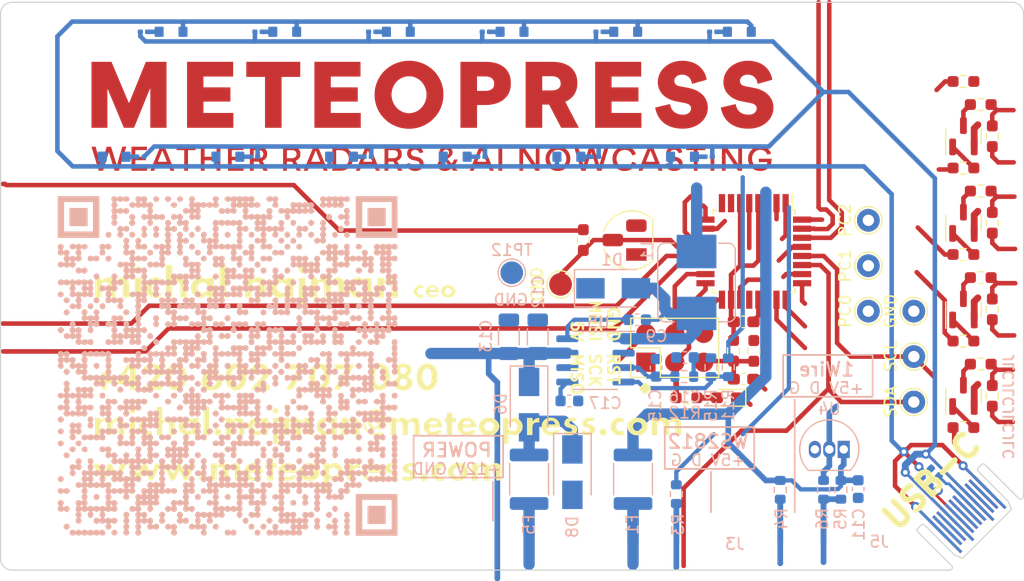
<source format=kicad_pcb>
(kicad_pcb (version 20211014) (generator pcbnew)
  (layers (0 "F.Cu" signal) (31 "B.Cu" signal) (34 "B.Paste" user) (35 "F.Paste" user) (36 "B.SilkS" user "B.Silkscreen") (37 "F.SilkS" user "F.Silkscreen") (38 "B.Mask" user) (39 "F.Mask" user) (44 "Edge.Cuts" user))
  (net 0 "")
  (net 1 "GND")
  (net 2 "Net-(D1-Pad2)")
  (net 3 "Net-(D2-Pad2)")
  (net 4 "Net-(D3-Pad2)")
  (net 5 "Net-(D4-Pad2)")
  (net 6 "Net-(D5-Pad2)")
  (net 7 "Net-(D6-Pad2)")
  (net 8 "Net-(D7-Pad2)")
  (net 9 "Net-(D8-Pad2)")
  (net 10 "Net-(D9-Pad2)")
  (net 11 "Net-(D10-Pad2)")
  (net 12 "+5V")
  (net 27 "Net-(D11-Pad2)")
  (net 28 "Net-(D12-Pad2)")
  (net 29 "Net-(J2-PadA5)")
  (net 30 "Net-(J2-PadB5)")
  (footprint "LED_SMD:LED_0603_1608Metric_Pad1.05x0.95mm_HandSolder" (layer "F.Cu") (at 163.906 134.83 180)
    (fp_text reference "D1" hide)
    (fp_text value "LED")
  )
  (footprint "Resistor_SMD:R_0603_1608Metric_Pad0.98x0.95mm_HandSolder" (layer "F.Cu") (at 151.27 120.94 90)
    (fp_text reference "R14" hide)
    (fp_text value "4k7")
  )
  (footprint "Connector_PinHeader_2.54mm:PinHeader_2x03_P2.54mm_Vertical" (layer "F.Cu") (at 156.777 131.698 90)
    (fp_text reference "J1" hide)
    (fp_text value "AVR-ISP-6")
  )
  (footprint "Package_TO_SOT_SMD:SOT-23" (layer "F.Cu") (at 184.7144 134.659 90)
    (fp_text reference "Q5" hide)
    (fp_text value "MMBT3904")
  )
  (footprint "meteopress:MichalNajman" (layer "F.Cu") (at 134 133)
    (fp_text reference "G***" hide)
    (fp_text value "LOGO" hide)
  )
  (footprint "Resistor_SMD:R_0603_1608Metric_Pad0.98x0.95mm_HandSolder" (layer "F.Cu") (at 164.492 130.6855 90)
    (fp_text reference "R8" hide)
    (fp_text value "4k7")
  )
  (footprint "Package_TO_SOT_THT:TO-92_HandSolder" (layer "F.Cu") (at 155.54 122.21 90)
    (fp_text reference "U2" hide)
    (fp_text value "DS18B20")
  )
  (footprint "Resistor_SMD:R_0603_1608Metric_Pad0.98x0.95mm_HandSolder" (layer "F.Cu") (at 166.27 130.6975 -90)
    (fp_text reference "R9" hide)
    (fp_text value "10k")
  )
  (footprint "Package_TO_SOT_SMD:SOT-23" (layer "F.Cu") (at 184.7144 119.419 90)
    (fp_text reference "Q1" hide)
    (fp_text value "MMBT3904")
  )
  (footprint "meteopress:TestPoint_THTPad_D2.0mm_Drill1.0mm" (layer "F.Cu") (at 176.35 123.2 -90)
    (fp_text reference "TP28" hide)
    (fp_text value "PC1")
  )
  (footprint "meteopress:TestPoint_THTPad_D2.0mm_Drill1.0mm" (layer "F.Cu") (at 180.35 135.2 -90)
    (fp_text reference "TP3" hide)
    (fp_text value "SDA")
  )
  (footprint "Resistor_SMD:R_0603_1608Metric_Pad0.98x0.95mm_HandSolder" (layer "F.Cu") (at 186.2384 109.005)
    (fp_text reference "R40" hide)
    (fp_text value "100k")
  )
  (footprint "Package_TO_SOT_SMD:SOT-23" (layer "F.Cu") (at 184.7144 127.039 90)
    (fp_text reference "Q3" hide)
    (fp_text value "MMBT3904")
  )
  (footprint "Capacitor_SMD:C_0603_1608Metric_Pad1.08x0.95mm_HandSolder" (layer "F.Cu") (at 165.381 128.14)
    (fp_text reference "C16" hide)
    (fp_text value "100n")
  )
  (footprint "meteopress:TestPoint_THTPad_D2.0mm_Drill1.0mm" (layer "F.Cu") (at 176.35 119.2 -90)
    (fp_text reference "TP29" hide)
    (fp_text value "PC2")
  )
  (footprint "Resistor_SMD:R_0603_1608Metric_Pad0.98x0.95mm_HandSolder" (layer "F.Cu") (at 186.2384 116.625 180)
    (fp_text reference "R22" hide)
    (fp_text value "10k")
  )
  (footprint "meteopress:PCB-USB-C_straight" (layer "F.Cu") (at 186.79 146.81 -135)
    (fp_text reference "J2" hide)
    (fp_text value "USB_C_Receptacle" hide)
    (fp_line (start -4.535 0) (end -4.385 0) (layer "Edge.Cuts") (width 0.1))
    (fp_line (start 4.185 0.2) (end 4.185 4.45) (layer "Edge.Cuts") (width 0.1))
    (fp_line (start 3.345 0.75) (end 3.345 4.45) (layer "Edge.Cuts") (width 0.1))
    (fp_line (start 3.545 4.65) (end 3.985 4.65) (layer "Edge.Cuts") (width 0.1))
    (fp_line (start -3.045 0) (end -3.345 0.75) (layer "Edge.Cuts") (width 0.1))
    (fp_line (start -3.345 0.75) (end -3.345 4.45) (layer "Edge.Cuts") (width 0.1))
    (fp_line (start 4.385 0) (end 4.5 0) (layer "Edge.Cuts") (width 0.1))
    (fp_line (start 3.045 0) (end 3.345 0.75) (layer "Edge.Cuts") (width 0.1))
    (fp_line (start -3.985 4.65) (end -3.545 4.65) (layer "Edge.Cuts") (width 0.1))
    (fp_line (start -3.045 0) (end 3.045 0) (layer "Edge.Cuts") (width 0.1))
    (fp_line (start -4.185 0.2) (end -4.185 4.45) (layer "Edge.Cuts") (width 0.1))
    (fp_arc (start 4.185 4.45) (mid 4.126421 4.591422) (end 3.985 4.65) (layer "Edge.Cuts") (width 0.1))
    (fp_arc (start 3.545 4.65) (mid 3.403578 4.591421) (end 3.345 4.45) (layer "Edge.Cuts") (width 0.1))
    (fp_arc (start -4.385 0) (mid -4.243579 0.058579) (end -4.185 0.2) (layer "Edge.Cuts") (width 0.1))
    (fp_arc (start -3.985 4.65) (mid -4.126421 4.591421) (end -4.185 4.45) (layer "Edge.Cuts") (width 0.1))
    (fp_arc (start 4.185 0.2) (mid 4.243578 0.058579) (end 4.385 0) (layer "Edge.Cuts") (width 0.1))
    (fp_arc (start -3.345 4.45) (mid -3.403579 4.591421) (end -3.545 4.65) (layer "Edge.Cuts") (width 0.1))
  )
  (footprint "Resistor_SMD:R_0603_1608Metric_Pad0.98x0.95mm_HandSolder" (layer "F.Cu") (at 184.7144 114.593)
    (fp_text reference "R41" hide)
    (fp_text value "47k")
  )
  (footprint "meteopress:MeteopressLogo_60x10" (layer "F.Cu") (at 138 110)
    (fp_text reference "G***" hide)
    (fp_text value "LOGO" hide)
  )
  (footprint "meteopress:TestPoint_THTPad_D2.0mm_Drill1.0mm" (layer "F.Cu") (at 180.35 131.2 -90)
    (fp_text reference "TP2" hide)
    (fp_text value "SCL")
  )
  (footprint "Resistor_SMD:R_0603_1608Metric_Pad0.98x0.95mm_HandSolder" (layer "F.Cu") (at 187.2544 127.039 90)
    (fp_text reference "R26" hide)
    (fp_text value "47k")
  )
  (footprint "Resistor_SMD:R_0603_1608Metric_Pad0.98x0.95mm_HandSolder" (layer "F.Cu") (at 187.2544 134.659 -90)
    (fp_text reference "R28" hide)
    (fp_text value "100k")
  )
  (footprint "Capacitor_SMD:C_0603_1608Metric_Pad1.08x0.95mm_HandSolder" (layer "F.Cu") (at 165.37 133.19 180)
    (fp_text reference "C14" hide)
    (fp_text value "1u")
  )
  (footprint "Resistor_SMD:R_0603_1608Metric_Pad0.98x0.95mm_HandSolder" (layer "F.Cu") (at 160.35 134.83 180)
    (fp_text reference "R11" hide)
    (fp_text value "4k7")
  )
  (footprint "Resistor_SMD:R_0603_1608Metric_Pad0.98x0.95mm_HandSolder" (layer "F.Cu") (at 187.2544 119.419 -90)
    (fp_text reference "R20" hide)
    (fp_text value "100k")
  )
  (footprint "meteopress:TestPoint_THTPad_D2.0mm_Drill1.0mm" (layer "F.Cu") (at 180.35 127.2 -90)
    (fp_text reference "TP14" hide)
    (fp_text value "GND")
  )
  (footprint "meteopress:TestPoint_THTPad_D2.0mm_Drill1.0mm" (layer "F.Cu") (at 176.35 127.2 -90)
    (fp_text reference "TP27" hide)
    (fp_text value "PC0")
  )
  (footprint "Resistor_SMD:R_0603_1608Metric_Pad0.98x0.95mm_HandSolder" (layer "F.Cu") (at 184.7144 122.213)
    (fp_text reference "R21" hide)
    (fp_text value "47k")
  )
  (footprint "Resistor_SMD:R_0603_1608Metric_Pad0.98x0.95mm_HandSolder" (layer "F.Cu") (at 186.2384 131.865 180)
    (fp_text reference "R30" hide)
    (fp_text value "10k")
  )
  (footprint "Resistor_SMD:R_0603_1608Metric_Pad0.98x0.95mm_HandSolder" (layer "F.Cu") (at 187.2544 111.799 90)
    (fp_text reference "R42" hide)
    (fp_text value "47k")
  )
  (footprint "Resistor_SMD:R_0603_1608Metric_Pad0.98x0.95mm_HandSolder" (layer "F.Cu") (at 184.7144 129.833)
    (fp_text reference "R25" hide)
    (fp_text value "47k")
  )
  (footprint "Package_QFP:TQFP-32_7x7mm_P0.8mm" (layer "F.Cu") (at 166.27 121.94 -90)
    (fp_text reference "U1" hide)
    (fp_text value "ATmega328P-AU")
  )
  (footprint "meteopress:TestPoint_THTPad_D2.0mm_Drill1.0mm" (layer "F.Cu") (at 149.27 124.84 -90)
    (fp_text reference "TP18" hide)
    (fp_text value "GND")
  )
  (footprint "Resistor_SMD:R_0603_1608Metric_Pad0.98x0.95mm_HandSolder" (layer "F.Cu") (at 186.2384 124.245)
    (fp_text reference "R24" hide)
    (fp_text value "100k")
  )
  (footprint "Package_TO_SOT_SMD:SOT-23" (layer "F.Cu") (at 184.7144 111.799 90)
    (fp_text reference "Q11" hide)
    (fp_text value "MMBT3904")
  )
  (footprint "Resistor_SMD:R_0603_1608Metric_Pad0.98x0.95mm_HandSolder" (layer "F.Cu") (at 184.7144 137.453)
    (fp_text reference "R29" hide)
    (fp_text value "47k")
  )
  (footprint "Resistor_SMD:R_0603_1608Metric_Pad0.98x0.95mm_HandSolder" (layer "F.Cu") (at 184.7144 106.973)
    (fp_text reference "R37" hide)
    (fp_text value "47k")
  )
  (footprint "Resistor_SMD:R_0603_1608Metric" (layer "B.Cu") (at 168.598 142.9315 -90)
    (fp_text reference "R4")
    (fp_text value "150R")
  )
  (footprint "meteopress:R_0201_woSilk" (layer "B.Cu") (at 152.7 102.6 180)
    (fp_text reference "R8" hide)
    (fp_text value "330")
  )
  (footprint "meteopress:R_0201_woSilk" (layer "B.Cu") (at 162.7 102.6 180)
    (fp_text reference "R7" hide)
    (fp_text value "330")
  )
  (footprint "meteopress:R_0201_woSilk" (layer "B.Cu") (at 132.7 102.6 180)
    (fp_text reference "R10" hide)
    (fp_text value "330")
  )
  (footprint "Capacitor_SMD:C_0603_1608Metric" (layer "B.Cu") (at 160.216 131.2815)
    (fp_text reference "C16")
    (fp_text value "22n")
  )
  (footprint "meteopress:R_0201_woSilk" (layer "B.Cu") (at 142.7 102.6 180)
    (fp_text reference "R9" hide)
    (fp_text value "330")
  )
  (footprint "meteopress:D_0802_side_woSilk" (layer "B.Cu") (at 130 113.6)
    (fp_text reference "D3" hide)
    (fp_text value "LED")
  )
  (footprint "Capacitor_SMD:C_1206_3216Metric" (layer "B.Cu") (at 144.722 129.4545 90)
    (fp_text reference "C13")
    (fp_text value "4u7/50V")
  )
  (footprint "meteopress:D_0402_woSilk" (layer "B.Cu") (at 181.4 142.2 -45)
    (fp_text reference "R43" hide)
    (fp_text value "5k1")
  )
  (footprint "Package_TO_SOT_THT:TO-92_Inline" (layer "B.Cu") (at 174.182445 139.374398 180)
    (fp_text reference "U4")
    (fp_text value "DS18B20")
  )
  (footprint "Resistor_SMD:R_0603_1608Metric" (layer "B.Cu") (at 172.408 142.9305 90)
    (fp_text reference "R6")
    (fp_text value "330R")
  )
  (footprint "Capacitor_SMD:C_1206_3216Metric" (layer "B.Cu") (at 147.262 129.4545 90)
    (fp_text reference "C12")
    (fp_text value "4u7/50V")
  )
  (footprint "Diode_SMD:D_SMA" (layer "B.Cu") (at 146.5 135.428 -90)
    (fp_text reference "D6")
    (fp_text value "D_Schottky")
  )
  (footprint "meteopress:R_0201_woSilk" (layer "B.Cu") (at 112.3 113.6)
    (fp_text reference "R1" hide)
    (fp_text value "330")
  )
  (footprint "meteopress:D_0802_side_woSilk" (layer "B.Cu") (at 150 113.6)
    (fp_text reference "D5" hide)
    (fp_text value "LED")
  )
  (footprint "Resistor_SMD:R_0603_1608Metric" (layer "B.Cu") (at 160.153 132.9615 180)
    (fp_text reference "R12")
    (fp_text value "100R")
  )
  (footprint "meteopress:D_0802_side_woSilk" (layer "B.Cu") (at 115 102.6 180)
    (fp_text reference "D12" hide)
    (fp_text value "LED")
  )
  (footprint "meteopress:D_0802_side_woSilk" (layer "B.Cu") (at 165 102.6 180)
    (fp_text reference "D7" hide)
    (fp_text value "LED")
  )
  (footprint "meteopress:R_0201_woSilk" (layer "B.Cu") (at 122.3 113.6)
    (fp_text reference "R2" hide)
    (fp_text value "330")
  )
  (footprint "meteopress:R_0201_woSilk" (layer "B.Cu") (at 162.3 113.6)
    (fp_text reference "R6" hide)
    (fp_text value "330")
  )
  (footprint "Diode_SMD:D_SMA" (layer "B.Cu") (at 153.898 125.1855)
    (fp_text reference "D1")
    (fp_text value "SS14")
  )
  (footprint "meteopress:vCard_MichalNajman_30" (layer "B.Cu") (at 120 132 180)
    (fp_text reference "G***" hide)
    (fp_text value "LOGO" hide)
  )
  (footprint "Capacitor_SMD:C_0603_1608Metric" (layer "B.Cu") (at 156.012 127.9535 180)
    (fp_text reference "C9")
    (fp_text value "100n")
  )
  (footprint "meteopress:R_0201_woSilk" (layer "B.Cu") (at 152.3 113.6)
    (fp_text reference "R5" hide)
    (fp_text value "330")
  )
  (footprint "Fuse:Fuse_1812_4532Metric" (layer "B.Cu") (at 146.5 142 90)
    (fp_text reference "F5")
    (fp_text value "1A")
  )
  (footprint "meteopress:D_0802_side_woSilk" (layer "B.Cu") (at 110 113.6)
    (fp_text reference "D1" hide)
    (fp_text value "LED")
  )
  (footprint "TestPoint:TestPoint_THTPad_D2.0mm_Drill1.0mm" (layer "B.Cu") (at 144.976 123.8175 180)
    (fp_text reference "TP12")
    (fp_text value "GND")
  )
  (footprint "meteopress:D_0802_side_woSilk" (layer "B.Cu") (at 145 102.6 180)
    (fp_text reference "D9" hide)
    (fp_text value "LED")
  )
  (footprint "meteopress:D_0802_side_woSilk" (layer "B.Cu") (at 160 113.6)
    (fp_text reference "D6" hide)
    (fp_text value "LED")
  )
  (footprint "meteopress:R_0201_woSilk" (layer "B.Cu") (at 122.7 102.6 180)
    (fp_text reference "R11" hide)
    (fp_text value "330")
  )
  (footprint "Resistor_SMD:R_0603_1608Metric" (layer "B.Cu") (at 164.026 132.1365 -90)
    (fp_text reference "R11")
    (fp_text value "10k")
  )
  (footprint "meteopress:D_0802_side_woSilk" (layer "B.Cu") (at 125 102.6 180)
    (fp_text reference "D11" hide)
    (fp_text value "LED")
  )
  (footprint "meteopress:R_0201_woSilk" (layer "B.Cu") (at 112.62 102.6 180)
    (fp_text reference "R12" hide)
    (fp_text value "330")
  )
  (footprint "Inductor_SMD:L_Bourns_SRP7028A_7.3x6.6mm" (layer "B.Cu") (at 161.232 124.6775 90)
    (fp_text reference "L1")
    (fp_text value "47u")
  )
  (footprint "Capacitor_SMD:C_0603_1608Metric" (layer "B.Cu") (at 157.676 132.1865 90)
    (fp_text reference "C15")
    (fp_text value "8.2n")
  )
  (footprint "Fuse:Fuse_1812_4532Metric" (layer "B.Cu") (at 155.644 142 -90)
    (fp_text reference "F1")
    (fp_text value "0.5A")
  )
  (footprint "Resistor_SMD:R_0603_1608Metric" (layer "B.Cu") (at 159.454 143.3125 -90)
    (fp_text reference "R3")
    (fp_text value "330R")
  )
  (footprint "meteopress:D_0802_side_woSilk" (layer "B.Cu") (at 135 102.6 180)
    (fp_text reference "D10" hide)
    (fp_text value "LED")
  )
  (footprint "Diode_SMD:D_SMA" (layer "B.Cu") (at 150.31 141.3755 -90)
    (fp_text reference "D8")
    (fp_text value "TVS")
  )
  (footprint "meteopress:R_0201_woSilk" (layer "B.Cu") (at 132.3 113.6)
    (fp_text reference "R3" hide)
    (fp_text value "330")
  )
  (footprint "meteopress:D_0402_woSilk" (layer "B.Cu") (at 182.2 141.4 -45)
    (fp_text reference "R42" hide)
    (fp_text value "5k1")
  )
  (footprint "meteopress:R_0201_woSilk" (layer "B.Cu") (at 142.3 113.6)
    (fp_text reference "R4" hide)
    (fp_text value "330")
  )
  (footprint "Resistor_SMD:R_0603_1608Metric" (layer "B.Cu") (at 173.932 142.9315 -90)
    (fp_text reference "R5")
    (fp_text value "22k")
  )
  (footprint "Capacitor_SMD:C_0603_1608Metric" (layer "B.Cu") (at 175.456 142.8675 -90)
    (fp_text reference "C11")
    (fp_text value "100n")
  )
  (footprint "Capacitor_SMD:C_0603_1608Metric" (layer "B.Cu") (at 150.043 135.1045 180)
    (fp_text reference "C17")
    (fp_text value "8.2n")
  )
  (footprint "meteopress:D_0802_side_woSilk" (layer "B.Cu") (at 140 113.6)
    (fp_text reference "D4" hide)
    (fp_text value "LED")
  )
  (footprint "meteopress:D_0802_side_woSilk" (layer "B.Cu") (at 155 102.6 180)
    (fp_text reference "D8" hide)
    (fp_text value "LED")
  )
  (footprint "Resistor_SMD:R_0603_1608Metric" (layer "B.Cu") (at 162.502 132.1365 90)
    (fp_text reference "R15")
    (fp_text value "1k8")
  )
  (footprint "Package_SO:SOIC-8_3.9x4.9mm_P1.27mm" (layer "B.Cu") (at 152.342 131.5355 180)
    (fp_text reference "U5")
    (fp_text value "TPS54331")
  )
  (footprint "meteopress:D_0802_side_woSilk" (layer "B.Cu") (at 120 113.6)
    (fp_text reference "D2" hide)
    (fp_text value "LED")
  )
  (gr_rect (start 168.852 131.0565) (end 176.726 134.7395) (layer "B.SilkS") (width 0.15) (fill none))
  (gr_line (start 169.868 134.9935) (end 169.868 144.8995) (layer "B.SilkS") (width 0.15))
  (gr_rect (start 158.438 137.4065) (end 166.312 141.0895) (layer "B.SilkS") (width 0.15) (fill none))
  (gr_line (start 162.502 141.3435) (end 162.502 144.8995) (layer "B.SilkS") (width 0.15))
  (gr_rect (start 136.34 138.1685) (end 144.214 141.8515) (layer "B.SilkS") (width 0.15) (fill none))
  (gr_line (start 143.325 142.2325) (end 143.325 145.6615) (layer "B.SilkS") (width 0.15))
  (gr_line (start 188.999999 100.000001) (end 101 100.000001) (layer "Edge.Cuts") (width 0.1))
  (gr_arc (start 188.999999 100.000001) (mid 189.707106 100.292894) (end 189.999999 101.000001) (layer "Edge.Cuts") (width 0.1))
  (gr_line (start 101.000001 149.999999) (end 183.608019 149.999999) (layer "Edge.Cuts") (width 0.1))
  (gr_arc (start 100 101) (mid 100.292893 100.292893) (end 101 100) (layer "Edge.Cuts") (width 0.1))
  (gr_arc (start 101.000001 149.999999) (mid 100.292894 149.707106) (end 100.000001 148.999999) (layer "Edge.Cuts") (width 0.1))
  (gr_line (start 183.608019 149.999999) (end 183.608019 149.991981) (layer "Edge.Cuts") (width 0.1))
  (gr_line (start 189.999999 143.603271) (end 189.996729 143.603271) (layer "Edge.Cuts") (width 0.1))
  (gr_line (start 100 101) (end 100 148.999999) (layer "Edge.Cuts") (width 0.1))
  (gr_line (start 189.999999 101.000001) (end 189.999999 143.603271) (layer "Edge.Cuts") (width 0.1))
  (gr_text "+12V GND" (at 140.15 141.0895) (layer "B.SilkS") (effects (font (size 1 1)) (justify mirror)))
  (gr_text "+5V D G" (at 172.662 133.9775) (layer "B.SilkS") (effects (font (size 1 1)) (justify mirror)))
  (gr_text "WS2812" (at 162.248 138.6765) (layer "B.SilkS") (effects (font (size 1.2 1.2) (thickness 0.2)) (justify mirror)))
  (gr_text "JLCJLCJLCJLC" (at 188.7 135.6 90) (layer "B.SilkS") (effects (font (size 0.9 0.9) (thickness 0.16)) (justify mirror)))
  (gr_text "J5" (at 177.3 147.5) (layer "B.SilkS") (effects (font (size 1 1)) (justify mirror)))
  (gr_text "J3" (at 164.6 147.7) (layer "B.SilkS") (effects (font (size 1 1)) (justify mirror)))
  (gr_text "GND" (at 144.9 126.2) (layer "B.SilkS") (effects (font (size 1 1)) (justify mirror)))
  (gr_text "POWER" (at 140.15 139.4385) (layer "B.SilkS") (effects (font (size 1.2 1.2) (thickness 0.2)) (justify mirror)))
  (gr_text "1Wire" (at 172.662 132.3265) (layer "B.SilkS") (effects (font (size 1.2 1.2) (thickness 0.2)) (justify mirror)))
  (gr_text "+5V D G" (at 162.248 140.3275) (layer "B.SilkS") (effects (font (size 1 1)) (justify mirror)))
  (gr_text "RST\nSCK\nMISO" (at 152.3 130.8 270) (layer "F.SilkS") (effects (font (size 1 1) (thickness 0.2)) (justify left)))
  (gr_text "." (at 159.188 134 270) (layer "F.SilkS") (effects (font (size 6 6) (thickness 0.4))))
  (gr_text "GND\nMOSI\n5V" (at 152.3 130 270) (layer "F.SilkS") (effects (font (size 1 1) (thickness 0.2)) (justify right)))
  (gr_text "USB-C" (at 181.9 142.163768 45) (layer "F.SilkS") (effects (font (size 2 2) (thickness 0.5))))
  (segment (start 159.4375 134.83) (end 159.4375 131.8185) (width 0.4) (layer "F.Cu") (net 0))
  (segment (start 187.6449 109.499) (end 187.1509 109.005) (width 0.4) (layer "F.Cu") (net 0))
  (segment (start 173.975 135.2) (end 180.35 135.2) (width 0.4) (layer "F.Cu") (net 0))
  (segment (start 168.27 127.94) (end 170.77 130.44) (width 0.4) (layer "F.Cu") (net 0))
  (segment (start 183.0644 129.0955) (end 183.0644 126.2322) (width 0.4) (layer "F.Cu") (net 0))
  (segment (start 162.02 119.94) (end 163.05 119.94) (width 0.4) (layer "F.Cu") (net 0))
  (segment (start 154.213 126.725) (end 155.059 125.879) (width 0.4) (layer "F.Cu") (net 0))
  (segment (start 183.7704 112.7365) (end 185.6269 114.593) (width 0.4) (layer "F.Cu") (net 0))
  (segment (start 187.6449 109.499) (end 189.1182 109.499) (width 0.4) (layer "F.Cu") (net 0))
  (segment (start 169.67 121.54) (end 168.47 122.74) (width 0.4) (layer "F.Cu") (net 0))
  (segment (start 183.8019 106.973) (end 183.102 106.973) (width 0.4) (layer "F.Cu") (net 0))
  (segment (start 172.12 123.14) (end 170.52 123.14) (width 0.4) (layer "F.Cu") (net 0))
  (segment (start 100.4 116) (end 100.5 116.1) (width 0.4) (layer "F.Cu") (net 0))
  (segment (start 163.05 119.94) (end 163.72 119.27) (width 0.4) (layer "F.Cu") (net 0))
  (segment (start 166.27 131.61) (end 164.504 131.61) (width 0.4) (layer "F.Cu") (net 0))
  (segment (start 185.6644 126.343) (end 185.9844 126.023) (width 0.6) (layer "F.Cu") (net 0))
  (segment (start 187.6449 124.739) (end 187.1509 124.245) (width 0.4) (layer "F.Cu") (net 0))
  (segment (start 187.6449 132.359) (end 189.0582 132.359) (width 0.4) (layer "F.Cu") (net 0))
  (segment (start 167.47 120.0225) (end 167.4695 120.023) (width 0.4) (layer "F.Cu") (net 0))
  (segment (start 173.5375 134.7625) (end 173.975 135.2) (width 0.4) (layer "F.Cu") (net 0))
  (segment (start 153.991 128.725) (end 154.513 128.203) (width 0.4) (layer "F.Cu") (net 0))
  (segment (start 167.47 117.69) (end 167.47 120.0225) (width 0.4) (layer "F.Cu") (net 0))
  (segment (start 167.4695 120.69) (end 167.4695 121.6295) (width 0.4) (layer "F.Cu") (net 0))
  (segment (start 183.7644 127.9765) (end 183.7704 127.9765) (width 0.4) (layer "F.Cu") (net 0))
  (segment (start 173.21 118.81) (end 172.65 118.25) (width 0.4) (layer "F.Cu") (net 0))
  (segment (start 114.775 128.725) (end 153.991 128.725) (width 0.4) (layer "F.Cu") (net 0))
  (segment (start 170.52 123.94) (end 169.11 123.94) (width 0.4) (layer "F.Cu") (net 0))
  (segment (start 111.505 128.295) (end 100.205 128.295) (width 0.4) (layer "F.Cu") (net 0))
  (segment (start 174.01 118.52) (end 174.01 119.78) (width 0.4) (layer "F.Cu") (net 0))
  (segment (start 187.7764 136.959) (end 187.2544 136.437) (width 0.4) (layer "F.Cu") (net 0))
  (segment (start 165.755 124.43) (end 167.43 124.43) (width 0.4) (layer "F.Cu") (net 0))
  (segment (start 187.7764 136.959) (end 189.0582 136.959) (width 0.4) (layer "F.Cu") (net 0))
  (segment (start 185.6644 111.103) (end 185.9844 110.783) (width 0.6) (layer "F.Cu") (net 0))
  (segment (start 172.85 123.87) (end 172.12 123.14) (width 0.4) (layer "F.Cu") (net 0))
  (segment (start 187.6449 132.359) (end 187.1509 131.865) (width 0.4) (layer "F.Cu") (net 0))
  (segment (start 187.6449 124.739) (end 189.2782 124.739) (width 0.4) (layer "F.Cu") (net 0))
  (segment (start 183.079472 122.213) (end 183.8019 122.213) (width 0.4) (layer "F.Cu") (net 0))
  (segment (start 187.2544 113.577) (end 187.2544 112.7115) (width 0.4) (layer "F.Cu") (net 0))
  (segment (start 170.52 121.54) (end 169.67 121.54) (width 0.4) (layer "F.Cu") (net 0))
  (segment (start 151.1975 120.1) (end 151.27 120.0275) (width 0.4) (layer "F.Cu") (net 0))
  (segment (start 163.031 134.83) (end 161.2625 134.83) (width 0.5) (layer "F.Cu") (net 0))
  (segment (start 164.781 134.83) (end 165.36 134.83) (width 0.4) (layer "F.Cu") (net 0))
  (segment (start 184.7144 117.2365) (end 185.3259 116.625) (width 0.4) (layer "F.Cu") (net 0))
  (segment (start 167.345 127.896793) (end 167.47 127.771793) (width 0.4) (layer "F.Cu") (net 0))
  (segment (start 100.2 116) (end 100.4 116) (width 0.4) (layer "F.Cu") (net 0))
  (segment (start 111.505 128.295) (end 113.075 126.725) (width 0.4) (layer "F.Cu") (net 0))
  (segment (start 185.6644 120.3565) (end 185.6644 118.723) (width 0.6) (layer "F.Cu") (net 0))
  (segment (start 100.5 116.1) (end 125.8 116.1) (width 0.4) (layer "F.Cu") (net 0))
  (segment (start 183.102 106.973) (end 182.35 107.725) (width 0.4) (layer "F.Cu") (net 0))
  (segment (start 129.8 120.1) (end 151.1975 120.1) (width 0.4) (layer "F.Cu") (net 0))
  (segment (start 165.165 137.725) (end 160.097 142.793) (width 0.4) (layer "F.Cu") (net 0))
  (segment (start 112.755 130.745) (end 100.225 130.745) (width 0.4) (layer "F.Cu") (net 0))
  (segment (start 160.097 146.913) (end 160.097 142.793) (width 0.4) (layer "F.Cu") (net 0))
  (segment (start 160.385 123.94) (end 162.02 123.94) (width 0.4) (layer "F.Cu") (net 0))
  (segment (start 172.15 118.25) (end 171.97 118.07) (width 0.4) (layer "F.Cu") (net 0))
  (segment (start 183.8019 129.833) (end 183.0644 129.0955) (width 0.4) (layer "F.Cu") (net 0))
  (segment (start 173.05 120.74) (end 170.52 120.74) (width 0.4) (layer "F.Cu") (net 0))
  (segment (start 183.7644 112.7365) (end 183.7704 112.7365) (width 0.4) (layer "F.Cu") (net 0))
  (segment (start 172.85 134.075) (end 173.5375 134.7625) (width 0.4) (layer "F.Cu") (net 0))
  (segment (start 187.7764 114.099) (end 189.1382 114.099) (width 0.4) (layer "F.Cu") (net 0))
  (segment (start 169.07 126.84) (end 170.77 128.54) (width 0.4) (layer "F.Cu") (net 0))
  (segment (start 163.057233 126.19) (end 163.47 126.19) (width 0.4) (layer "F.Cu") (net 0))
  (segment (start 187.2544 109.8895) (end 187.6449 109.499) (width 0.4) (layer "F.Cu") (net 0))
  (segment (start 171.97 118.07) (end 171.97 100) (width 0.4) (layer "F.Cu") (net 0))
  (segment (start 158.928 120.94) (end 159.528 121.54) (width 0.4) (layer "F.Cu") (net 0))
  (segment (start 187.2544 136.437) (end 187.2544 135.5715) (width 0.4) (layer "F.Cu") (net 0))
  (segment (start 187.2544 110.8865) (end 187.2544 109.8895) (width 0.4) (layer "F.Cu") (net 0))
  (segment (start 169.15 137.725) (end 165.165 137.725) (width 0.4) (layer "F.Cu") (net 0))
  (segment (start 183.9 137.5511) (end 183.8019 137.453) (width 0.4) (layer "F.Cu") (net 0))
  (segment (start 166.67 126.19) (end 166.67 127.6095) (width 0.4) (layer "F.Cu") (net 0))
  (segment (start 164.492 131.598) (end 161.957 131.598) (width 0.4) (layer "F.Cu") (net 0))
  (segment (start 187.2544 132.7495) (end 187.6449 132.359) (width 0.4) (layer "F.Cu") (net 0))
  (segment (start 171.595 119.94) (end 171.625 119.97) (width 0.4) (layer "F.Cu") (net 0))
  (segment (start 159.576 123.14) (end 154.513 128.203) (width 0.4) (layer "F.Cu") (net 0))
  (segment (start 167.47 127.771793) (end 167.47 126.19) (width 0.4) (layer "F.Cu") (net 0))
  (segment (start 159.528 121.54) (end 162.02 121.54) (width 0.4) (layer "F.Cu") (net 0))
  (segment (start 183.6699 114.725) (end 183.8019 114.593) (width 0.4) (layer "F.Cu") (net 0))
  (segment (start 170.52 126.29) (end 170.77 126.54) (width 0.4) (layer "F.Cu") (net 0))
  (segment (start 125.8 116.1) (end 129.8 120.1) (width 0.4) (layer "F.Cu") (net 0))
  (segment (start 161.302 126.023) (end 162.02 125.305) (width 0.4) (layer "F.Cu") (net 0))
  (segment (start 165.07 126.19) (end 165.07 125.115) (width 0.4) (layer "F.Cu") (net 0))
  (segment (start 162.02 122.34) (end 158.598 122.34) (width 0.4) (layer "F.Cu") (net 0))
  (segment (start 184.7144 110.8615) (end 184.7144 109.6165) (width 0.4) (layer "F.Cu") (net 0))
  (segment (start 159.317 131.698) (end 160.567 130.448) (width 0.4) (layer "F.Cu") (net 0))
  (segment (start 171.625 119.97) (end 172.75 119.97) (width 0.4) (layer "F.Cu") (net 0))
  (segment (start 100.205 128.295) (end 100.2 128.29) (width 0.4) (layer "F.Cu") (net 0))
  (segment (start 172.75 119.97) (end 173.21 119.51) (width 0.4) (layer "F.Cu") (net 0))
  (segment (start 156.777 129.158) (end 154.47 131.465) (width 0.4) (layer "F.Cu") (net 0))
  (segment (start 187.7764 121.719) (end 189.2582 121.719) (width 0.4) (layer "F.Cu") (net 0))
  (segment (start 172.85 133.125) (end 172.85 132.45) (width 0.4) (layer "F.Cu") (net 0))
  (segment (start 187.2544 126.1265) (end 187.2544 125.1295) (width 0.4) (layer "F.Cu") (net 0))
  (segment (start 161.957 131.598) (end 161.857 131.698) (width 0.4) (layer "F.Cu") (net 0))
  (segment (start 184.7144 126.1015) (end 184.7144 124.8565) (width 0.4) (layer "F.Cu") (net 0))
  (segment (start 154.27 120.94) (end 152.1825 120.94) (width 0.4) (layer "F.Cu") (net 0))
  (segment (start 158.598 122.34) (end 155.059 125.879) (width 0.4) (layer "F.Cu") (net 0))
  (segment (start 168.27 126.19) (end 168.27 127.94) (width 0.4) (layer "F.Cu") (net 0))
  (segment (start 184.7144 109.6165) (end 185.3259 109.005) (width 0.4) (layer "F.Cu") (net 0))
  (segment (start 167.4695 121.6295) (end 167.48 121.64) (width 0.4) (layer "F.Cu") (net 0))
  (segment (start 172.85 132.45) (end 172.85 134.075) (width 0.4) (layer "F.Cu") (net 0))
  (segment (start 187.7764 129.339) (end 187.2544 128.817) (width 0.4) (layer "F.Cu") (net 0))
  (segment (start 154.27 120.94) (end 158.928 120.94) (width 0.4) (layer "F.Cu") (net 0))
  (segment (start 172.85 134.025) (end 169.15 137.725) (width 0.4) (layer "F.Cu") (net 0))
  (segment (start 187.7764 129.339) (end 189.1782 129.339) (width 0.4) (layer "F.Cu") (net 0))
  (segment (start 174.01 119.78) (end 173.05 120.74) (width 0.4) (layer "F.Cu") (net 0))
  (segment (start 160.567 130.448) (end 160.567 128.680233) (width 0.4) (layer "F.Cu") (net 0))
  (segment (start 113.075 126.725) (end 154.213 126.725) (width 0.4) (layer "F.Cu") (net 0))
  (segment (start 187.2544 121.197) (end 187.2544 120.3315) (width 0.4) (layer "F.Cu") (net 0))
  (segment (start 152.1825 120.94) (end 151.27 121.8525) (width 0.4) (layer "F.Cu") (net 0))
  (segment (start 187.2544 117.5095) (end 187.6449 117.119) (width 0.4) (layer "F.Cu") (net 0))
  (segment (start 162.02 125.305) (end 162.02 124.74) (width 0.4) (layer "F.Cu") (net 0))
  (segment (start 183.7704 120.3565) (end 185.6269 122.213) (width 0.4) (layer "F.Cu") (net 0))
  (segment (start 185.6644 112.7365) (end 185.6644 111.103) (width 0.6) (layer "F.Cu") (net 0))
  (segment (start 187.2544 118.5065) (end 187.2544 117.5095) (width 0.4) (layer "F.Cu") (net 0))
  (segment (start 159.317 129.158) (end 159.317 125.008) (width 0.4) (layer "F.Cu") (net 0))
  (segment (start 187.6449 117.119) (end 189.1982 117.119) (width 0.4) (layer "F.Cu") (net 0))
  (segment (start 183.7704 127.9765) (end 185.6269 129.833) (width 0.4) (layer "F.Cu") (net 0))
  (segment (start 165.07 125.115) (end 165.755 124.43) (width 0.4) (layer "F.Cu") (net 0))
  (segment (start 170.52 124.74) (end 170.52 126.29) (width 0.4) (layer "F.Cu") (net 0))
  (segment (start 172.91 100) (end 172.91 117.42) (width 0.4) (layer "F.Cu") (net 0))
  (segment (start 165.36 134.83) (end 165.97 135.44) (width 0.4) (layer "F.Cu") (net 0))
  (segment (start 183.0644 126.2322) (end 180.6 123.7678) (width 0.4) (layer "F.Cu") (net 0))
  (segment (start 183.9 138.825) (end 183.9 137.5511) (width 0.4) (layer "F.Cu") (net 0))
  (segment (start 164.5075 131.6135) (end 164.492 131.598) (width 0.4) (layer "F.Cu") (net 0))
  (segment (start 173.21 119.51) (end 173.21 118.81) (width 0.4) (layer "F.Cu") (net 0))
  (segment (start 159.317 125.008) (end 160.385 123.94) (width 0.4) (layer "F.Cu") (net 0))
  (segment (start 184.7144 133.7215) (end 184.7144 132.4765) (width 0.4) (layer "F.Cu") (net 0))
  (segment (start 167.39491 127.946703) (end 167.345 127.896793) (width 0.4) (layer "F.Cu") (net 0))
  (segment (start 151.32 121.915) (end 148.92 124.315) (width 0.4) (layer "F.Cu") (net 0))
  (segment (start 159.4375 131.8185) (end 159.317 131.698) (width 0.4) (layer "F.Cu") (net 0))
  (segment (start 170.52 119.94) (end 171.595 119.94) (width 0.4) (layer "F.Cu") (net 0))
  (segment (start 167.4695 120.023) (end 167.4695 120.69) (width 0.4) (layer "F.Cu") (net 0))
  (segment (start 187.2544 125.1295) (end 187.6449 124.739) (width 0.4) (layer "F.Cu") (net 0))
  (segment (start 185.6644 135.5965) (end 185.6644 133.963) (width 0.6) (layer "F.Cu") (net 0))
  (segment (start 184.7144 132.4765) (end 185.3259 131.865) (width 0.4) (layer "F.Cu") (net 0))
  (segment (start 172.85 134.075) (end 172.85 133.125) (width 0.4) (layer "F.Cu") (net 0))
  (segment (start 182.55 114.725) (end 183.6699 114.725) (width 0.4) (layer "F.Cu") (net 0))
  (segment (start 183.7704 135.5965) (end 185.6269 137.453) (width 0.4) (layer "F.Cu") (net 0))
  (segment (start 185.6644 127.9765) (end 185.6644 126.343) (width 0.6) (layer "F.Cu") (net 0))
  (segment (start 187.7764 121.719) (end 187.2544 121.197) (width 0.4) (layer "F.Cu") (net 0))
  (segment (start 172.85 133.125) (end 172.85 134.025) (width 0.4) (layer "F.Cu") (net 0))
  (segment (start 160.567 128.680233) (end 163.057233 126.19) (width 0.4) (layer "F.Cu") (net 0))
  (segment (start 160.097 146.913) (end 160.097 149.639) (width 0.4) (layer "F.Cu") (net 0))
  (segment (start 164.5075 133.19) (end 164.5075 131.6135) (width 0.4) (layer "F.Cu") (net 0))
  (segment (start 172.91 117.42) (end 174.01 118.52) (width 0.4) (layer "F.Cu") (net 0))
  (segment (start 180.700736 119.834264) (end 183.079472 122.213) (width 0.4) (layer "F.Cu") (net 0))
  (segment (start 172.65 118.25) (end 172.15 118.25) (width 0.4) (layer "F.Cu") (net 0))
  (segment (start 183.7644 120.3565) (end 183.7704 120.3565) (width 0.4) (layer "F.Cu") (net 0))
  (segment (start 166.67 127.6095) (end 166.2435 128.036) (width 0.4) (layer "F.Cu") (net 0))
  (segment (start 112.755 130.745) (end 114.775 128.725) (width 0.4) (layer "F.Cu") (net 0))
  (segment (start 184.7144 124.8565) (end 185.3259 124.245) (width 0.4) (layer "F.Cu") (net 0))
  (segment (start 164.504 131.61) (end 164.492 131.598) (width 0.4) (layer "F.Cu") (net 0))
  (segment (start 187.6449 117.119) (end 187.1509 116.625) (width 0.4) (layer "F.Cu") (net 0))
  (segment (start 187.7764 114.099) (end 187.2544 113.577) (width 0.4) (layer "F.Cu") (net 0))
  (segment (start 187.2544 128.817) (end 187.2544 127.9515) (width 0.4) (layer "F.Cu") (net 0))
  (segment (start 162.02 119.94) (end 163.07 119.94) (width 0.4) (layer "F.Cu") (net 0))
  (segment (start 159.4375 134.83) (end 159.4375 132.2185) (width 0.5) (layer "F.Cu") (net 0))
  (segment (start 184.7144 118.4815) (end 184.7144 117.2365) (width 0.4) (layer "F.Cu") (net 0))
  (segment (start 169.07 126.19) (end 169.07 126.84) (width 0.4) (layer "F.Cu") (net 0))
  (segment (start 187.2544 133.7465) (end 187.2544 132.7495) (width 0.4) (layer "F.Cu") (net 0))
  (segment (start 162.02 123.14) (end 159.576 123.14) (width 0.4) (layer "F.Cu") (net 0))
  (segment (start 172.85 132.45) (end 172.85 123.87) (width 0.4) (layer "F.Cu") (net 0))
  (segment (start 185.6644 133.963) (end 185.9844 133.643) (width 0.6) (layer "F.Cu") (net 0))
  (segment (start 169.11 123.94) (end 168.87 124.18) (width 0.4) (layer "F.Cu") (net 0))
  (segment (start 185.6644 118.723) (end 185.9844 118.403) (width 0.6) (layer "F.Cu") (net 0))
  (segment (start 183.7644 135.5965) (end 183.7704 135.5965) (width 0.4) (layer "F.Cu") (net 0))
  (segment (start 172.408 141.3435) (end 172.916 140.8355) (width 0.5) (layer "B.Cu") (net 0))
  (segment (start 172.408 147.555) (end 172.408 143.7555) (width 0.5) (layer "B.Cu") (net 0))
  (segment (start 164.026 132.9615) (end 162.502 132.9615) (width 0.375) (layer "B.Cu") (net 0))
  (segment (start 172.916 140.8355) (end 172.916 139.2905) (width 0.5) (layer "B.Cu") (net 0))
  (segment (start 173.932 143.7565) (end 172.409 143.7565) (width 0.5) (layer "B.Cu") (net 0))
  (segment (start 156.123 132.1705) (end 156.914 132.9615) (width 0.375) (layer "B.Cu") (net 0))
  (segment (start 161.994 133.9775) (end 162.502 133.4695) (width 0.375) (layer "B.Cu") (net 0))
  (segment (start 155.644 144.1375) (end 155.644 149.499999) (width 1) (layer "B.Cu") (net 0))
  (segment (start 149.867 129.6305) (end 149.867 128.5785) (width 0.375) (layer "B.Cu") (net 0))
  (segment (start 156.123 133.4405) (end 156.66 133.9775) (width 0.375) (layer "B.Cu") (net 0))
  (segment (start 169.36 133.9775) (end 165.296 138.0415) (width 0.375) (layer "B.Cu") (net 0))
  (segment (start 172.409 143.7565) (end 172.408 143.7555) (width 0.5) (layer "B.Cu") (net 0))
  (segment (start 155.644 147.5665) (end 155.644 144.1375) (width 1) (layer "B.Cu") (net 0))
  (segment (start 173.5175 135.595) (end 172.916 136.1965) (width 0.5) (layer "B.Cu") (net 0))
  (segment (start 172.408 142.1055) (end 172.408 141.3435) (width 0.5) (layer "B.Cu") (net 0))
  (segment (start 168.598 143.7565) (end 168.598 147.555) (width 0.5) (layer "B.Cu") (net 0))
  (segment (start 159.328 132.9615) (end 157.676 132.9615) (width 0.375) (layer "B.Cu") (net 0))
  (segment (start 159.454 141.3435) (end 159.454 142.4875) (width 0.375) (layer "B.Cu") (net 0))
  (segment (start 146.5 144.1375) (end 146.5 149.499999) (width 1) (layer "B.Cu") (net 0))
  (segment (start 159.454 144.1375) (end 159.454 149.746) (width 0.5) (layer "B.Cu") (net 0))
  (segment (start 155.237 127.9535) (end 154.192 127.9535) (width 0.375) (layer "B.Cu") (net 0))
  (segment (start 172.916 136.1965) (end 172.916 139.2905) (width 0.5) (layer "B.Cu") (net 0))
  (segment (start 156.914 132.9615) (end 157.676 132.9615) (width 0.375) (layer "B.Cu") (net 0))
  (segment (start 154.817 132.1705) (end 156.123 132.1705) (width 0.375) (layer "B.Cu") (net 0))
  (segment (start 169.36 133.9775) (end 169.36 118.04) (width 0.375) (layer "B.Cu") (net 0))
  (segment (start 159.454 147.5665) (end 159.454 144.1375) (width 0.5) (layer "B.Cu") (net 0))
  (segment (start 162.756 138.0415) (end 159.454 141.3435) (width 0.375) (layer "B.Cu") (net 0))
  (segment (start 159.454 149.746) (end 159.450001 149.749999) (width 0.5) (layer "B.Cu") (net 0))
  (segment (start 156.66 133.9775) (end 161.994 133.9775) (width 0.375) (layer "B.Cu") (net 0))
  (segment (start 155.237 127.9535) (end 150.492 127.9535) (width 0.375) (layer "B.Cu") (net 0))
  (segment (start 162.502 133.4695) (end 162.502 132.9615) (width 0.375) (layer "B.Cu") (net 0))
  (segment (start 168.598 149.402) (end 168.6 149.404) (width 0.5) (layer "B.Cu") (net 0))
  (segment (start 172.408 143.7555) (end 172.408 149.308) (width 0.5) (layer "B.Cu") (net 0))
  (segment (start 168.598 143.7565) (end 168.598 149.402) (width 0.5) (layer "B.Cu") (net 0))
  (segment (start 150.492 127.9535) (end 149.867 128.5785) (width 0.375) (layer "B.Cu") (net 0))
  (segment (start 154.817 133.4405) (end 156.123 133.4405) (width 0.375) (layer "B.Cu") (net 0))
  (segment (start 179.55 139.65) (end 179.45 139.65) (width 0.4) (layer "F.Cu") (net 1))
  (segment (start 187.002132 143.133045) (end 184.684543 140.815457) (width 0.25) (layer "F.Cu") (net 1))
  (segment (start 164.27 126.19) (end 164.27 123.99) (width 0.4) (layer "F.Cu") (net 1))
  (segment (start 178.7 142.6) (end 178.7 140.4) (width 0.4) (layer "F.Cu") (net 1))
  (segment (start 180.106232 138.993768) (end 182.862854 138.993768) (width 0.4) (layer "F.Cu") (net 1))
  (segment (start 179.55 139.65) (end 179.47756 139.577561) (width 0.4) (layer "F.Cu") (net 1))
  (segment (start 166.67 122.76) (end 166.24 123.19) (width 0.4) (layer "F.Cu") (net 1))
  (segment (start 164.27 123.99) (end 165.07 123.19) (width 0.4) (layer "F.Cu") (net 1))
  (segment (start 166.67 117.69) (end 166.67 122.76) (width 0.4) (layer "F.Cu") (net 1))
  (segment (start 164.492 128.0625) (end 164.5185 128.036) (width 0.4) (layer "F.Cu") (net 1))
  (segment (start 170.52 119.14) (end 172.27 119.14) (width 0.4) (layer "F.Cu") (net 1))
  (segment (start 179.45 139.65) (end 180.106232 138.993768) (width 0.4) (layer "F.Cu") (net 1))
  (segment (start 165.07 117.69) (end 165.07 123.19) (width 0.4) (layer "F.Cu") (net 1))
  (segment (start 180.8 140.9) (end 179.55 139.65) (width 0.4) (layer "F.Cu") (net 1))
  (segment (start 180.5 144.4) (end 178.7 142.6) (width 0.4) (layer "F.Cu") (net 1))
  (segment (start 182.862854 138.993768) (end 184.684543 140.815457) (width 0.4) (layer "F.Cu") (net 1))
  (segment (start 164.27 127.7875) (end 164.5185 128.036) (width 0.4) (layer "F.Cu") (net 1))
  (segment (start 183.113045 147.013045) (end 180.5 144.4) (width 0.25) (layer "F.Cu") (net 1))
  (segment (start 164.492 129.773) (end 164.492 128.0625) (width 0.4) (layer "F.Cu") (net 1))
  (segment (start 178.7 140.4) (end 179.45 139.65) (width 0.4) (layer "F.Cu") (net 1))
  (segment (start 166.24 123.19) (end 165.07 123.19) (width 0.4) (layer "F.Cu") (net 1))
  (segment (start 184.684543 140.815457) (end 184.662855 140.793768) (width 0.25) (layer "F.Cu") (net 1))
  (segment (start 183.113045 147.022132) (end 183.113045 147.013045) (width 0.25) (layer "F.Cu") (net 1))
  (segment (start 164.27 126.19) (end 164.27 127.7875) (width 0.4) (layer "F.Cu") (net 1))
  (via (at 179.47756 139.577561) (size 0.8) (drill 0.4) (layers "F.Cu" "B.Cu") (net 1))
  (via (at 184.684543 140.815457) (size 0.8) (drill 0.4) (layers "F.Cu" "B.Cu") (net 1))
  (via (at 180.8 140.9) (size 0.8) (drill 0.4) (layers "F.Cu" "B.Cu") (net 1))
  (via (at 180.5 144.4) (size 0.8) (drill 0.4) (layers "F.Cu" "B.Cu") (net 1))
  (segment (start 156.1 101.7) (end 165.7 101.7) (width 0.4) (layer "B.Cu") (net 1))
  (segment (start 146.1 101.7) (end 156.1 101.7) (width 0.4) (layer "B.Cu") (net 1))
  (segment (start 105 103) (end 106.3 101.7) (width 0.4) (layer "B.Cu") (net 1))
  (segment (start 175.95 114.45) (end 159.05 114.45) (width 0.4) (layer "B.Cu") (net 1))
  (segment (start 142.944 131.1835) (end 142.944 132.7075) (width 0.5) (layer "B.Cu") (net 1))
  (segment (start 148.95 114.35) (end 148.85 114.45) (width 0.4) (layer "B.Cu") (net 1))
  (segment (start 158.946 127.5005) (end 161.134 127.5005) (width 1) (layer "B.Cu") (net 1))
  (segment (start 157.858 127.9535) (end 158.438 127.3735) (width 0.375) (layer "B.Cu") (net 1))
  (segment (start 149.867 130.9005) (end 147.291 130.9005) (width 1) (layer "B.Cu") (net 1))
  (segment (start 128.95 114.45) (end 118.95 114.45) (width 0.4) (layer "B.Cu") (net 1))
  (segment (start 187.002132 143.133045) (end 184.662855 140.793768) (width 0.25) (layer "B.Cu") (net 1))
  (segment (start 143.706 133.4695) (end 143.706 150.7415) (width 0.5) (layer "B.Cu") (net 1))
  (segment (start 183.113045 147.022132) (end 180.9 144.809087) (width 0.25) (layer "B.Cu") (net 1))
  (segment (start 105 113.1) (end 105 103) (width 0.4) (layer "B.Cu") (net 1))
  (segment (start 179.377561 139.577561) (end 179.47756 139.577561) (width 0.4) (layer "B.Cu") (net 1))
  (segment (start 106.35 114.45) (end 105 113.1) (width 0.4) (layer "B.Cu") (net 1))
  (segment (start 144.722 130.9295) (end 146.373 130.9295) (width 1) (layer "B.Cu") (net 1))
  (segment (start 176.95 115.45) (end 178.4 116.9) (width 0.4) (layer "B.Cu") (net 1))
  (segment (start 160.499 129.6305) (end 161.232 128.8975) (width 1) (layer "B.Cu") (net 1))
  (segment (start 118.95 113.6) (end 118.95 114.45) (width 0.4) (layer "B.Cu") (net 1))
  (segment (start 138.95 114.45) (end 128.95 114.45) (width 0.4) (layer "B.Cu") (net 1))
  (segment (start 116.05 102.6) (end 116.05 101.75) (width 0.4) (layer "B.Cu") (net 1))
  (segment (start 178.4 116.9) (end 178.4 138.6) (width 0.4) (layer "B.Cu") (net 1))
  (segment (start 178.4 138.6) (end 179.377561 139.577561) (width 0.4) (layer "B.Cu") (net 1))
  (segment (start 126 101.7) (end 136 101.7) (width 0.4) (layer "B.Cu") (net 1))
  (segment (start 126.05 101.75) (end 126 101.7) (width 0.4) (layer "B.Cu") (net 1))
  (segment (start 149.268 135.1045) (end 149.268 134.0395) (width 0.375) (layer "B.Cu") (net 1))
  (segment (start 158.438 127.3735) (end 158.438 126.9925) (width 0.375) (layer "B.Cu") (net 1))
  (segment (start 136 101.7) (end 146.1 101.7) (width 0.4) (layer "B.Cu") (net 1))
  (segment (start 106.3 101.7) (end 116.1 101.7) (width 0.4) (layer "B.Cu") (net 1))
  (segment (start 157.52 125.1855) (end 158.438 126.1035) (width 1) (layer "B.Cu") (net 1))
  (segment (start 160.978 132.9615) (end 160.978 131.2945) (width 0.375) (layer "B.Cu") (net 1))
  (segment (start 156.05 102.6) (end 156.05 101.75) (width 0.4) (layer "B.Cu") (net 1))
  (segment (start 128.95 113.6) (end 128.95 114.45) (width 0.4) (layer "B.Cu") (net 1))
  (segment (start 126.05 102.6) (end 126.05 101.75) (width 0.4) (layer "B.Cu") (net 1))
  (segment (start 148.95 113.6) (end 148.95 114.35) (width 0.4) (layer "B.Cu") (net 1))
  (segment (start 118.95 114.45) (end 108.85 114.45) (width 0.4) (layer "B.Cu") (net 1))
  (segment (start 108.85 114.45) (end 106.35 114.45) (width 0.4) (layer "B.Cu") (net 1))
  (segment (start 149.268 134.0395) (end 149.867 133.4405) (width 0.375) (layer "B.Cu") (net 1))
  (segment (start 148.85 114.45) (end 138.95 114.45) (width 0.4) (layer "B.Cu") (net 1))
  (segment (start 143.198 130.9295) (end 137.864 130.9295) (width 1) (layer "B.Cu") (net 1))
  (segment (start 143.198 130.9295) (end 144.722 130.9295) (width 1) (layer "B.Cu") (net 1))
  (segment (start 181.457053 141.457053) (end 180.8 140.8) (width 0.25) (layer "B.Cu") (net 1))
  (segment (start 138.95 113.6) (end 138.95 114.45) (width 0.4) (layer "B.Cu") (net 1))
  (segment (start 181.057053 141.857053) (end 181.457053 141.457053) (width 0.25) (layer "B.Cu") (net 1))
  (segment (start 159.05 114.45) (end 148.85 114.45) (width 0.4) (layer "B.Cu") (net 1))
  (segment (start 165.7 101.7) (end 166.05 102.05) (width 0.4) (layer "B.Cu") (net 1))
  (segment (start 176.95 115.45) (end 175.95 114.45) (width 0.4) (layer "B.Cu") (net 1))
  (segment (start 116.05 101.75) (end 116.1 101.7) (width 0.4) (layer "B.Cu") (net 1))
  (segment (start 142.944 132.7075) (end 143.706 133.4695) (width 0.5) (layer "B.Cu") (net 1))
  (segment (start 108.95 114.35) (end 108.85 114.45) (width 0.4) (layer "B.Cu") (net 1))
  (segment (start 154.817 129.6305) (end 160.499 129.6305) (width 1) (layer "B.Cu") (net 1))
  (segment (start 183.113045 147.022132) (end 180.5 144.409087) (width 0.25) (layer "B.Cu") (net 1))
  (segment (start 108.95 113.6) (end 108.95 114.35) (width 0.4) (layer "B.Cu") (net 1))
  (segment (start 136.05 102.6) (end 136.05 101.75) (width 0.4) (layer "B.Cu") (net 1))
  (segment (start 161.134 127.5005) (end 161.232 127.4025) (width 1) (layer "B.Cu") (net 1))
  (segment (start 136.05 101.75) (end 136 101.7) (width 0.4) (layer "B.Cu") (net 1))
  (segment (start 146.373 130.9295) (end 147.262 130.9295) (width 1) (layer "B.Cu") (net 1))
  (segment (start 116.1 101.7) (end 126 101.7) (width 0.4) (layer "B.Cu") (net 1))
  (segment (start 146.5 131.0565) (end 146.373 130.9295) (width 1) (layer "B.Cu") (net 1))
  (segment (start 146.05 102.6) (end 146.05 101.75) (width 0.4) (layer "B.Cu") (net 1))
  (segment (start 160.978 131.2945) (end 160.991 131.2815) (width 0.375) (layer "B.Cu") (net 1))
  (segment (start 156.05 101.75) (end 156.1 101.7) (width 0.4) (layer "B.Cu") (net 1))
  (segment (start 158.95 114.35) (end 159.05 114.45) (width 0.4) (layer "B.Cu") (net 1))
  (segment (start 181.457053 141.457053) (end 181.857053 141.057053) (width 0.25) (layer "B.Cu") (net 1))
  (segment (start 158.95 113.6) (end 158.95 114.35) (width 0.4) (layer "B.Cu") (net 1))
  (segment (start 143.198 130.9295) (end 142.944 131.1835) (width 0.5) (layer "B.Cu") (net 1))
  (segment (start 166.05 102.05) (end 166.05 102.6) (width 0.4) (layer "B.Cu") (net 1))
  (segment (start 146.5 133.428) (end 146.5 131.0565) (width 1) (layer "B.Cu") (net 1))
  (segment (start 158.438 126.1035) (end 158.438 126.9925) (width 1) (layer "B.Cu") (net 1))
  (segment (start 161.232 128.8975) (end 161.232 127.4025) (width 1) (layer "B.Cu") (net 1))
  (segment (start 146.05 101.75) (end 146.1 101.7) (width 0.4) (layer "B.Cu") (net 1))
  (segment (start 147.291 130.9005) (end 147.262 130.9295) (width 1) (layer "B.Cu") (net 1))
  (segment (start 156.673 127.9535) (end 157.858 127.9535) (width 0.375) (layer "B.Cu") (net 1))
  (segment (start 155.898 125.1855) (end 157.52 125.1855) (width 1) (layer "B.Cu") (net 1))
  (segment (start 158.438 126.9925) (end 158.946 127.5005) (width 1) (layer "B.Cu") (net 1))
  (segment (start 111.98 113.6) (end 111.05 113.6) (width 0.4) (layer "B.Cu") (net 2))
  (segment (start 121.98 113.6) (end 121.05 113.6) (width 0.4) (layer "B.Cu") (net 3))
  (segment (start 131.98 113.6) (end 131.05 113.6) (width 0.4) (layer "B.Cu") (net 4))
  (segment (start 168.27 117.69) (end 168.27 119.0995) (width 0.4) (layer "F.Cu") (net 5))
  (segment (start 169.07 117.69) (end 169.07 119.94) (width 0.4) (layer "F.Cu") (net 5))
  (segment (start 169.07 119.94) (end 169.07 120.53) (width 0.4) (layer "F.Cu") (net 5))
  (segment (start 169.07 120.53) (end 168.76 120.84) (width 0.4) (layer "F.Cu") (net 5))
  (segment (start 141.98 113.6) (end 141.05 113.6) (width 0.4) (layer "B.Cu") (net 5))
  (segment (start 151.98 113.6) (end 151.05 113.6) (width 0.4) (layer "B.Cu") (net 6))
  (segment (start 149.548 136.8985) (end 147.0295 136.8985) (width 1) (layer "B.Cu") (net 7))
  (segment (start 161.98 113.6) (end 161.05 113.6) (width 0.4) (layer "B.Cu") (net 7))
  (segment (start 146.5 139.8625) (end 146.5 137.428) (width 1) (layer "B.Cu") (net 7))
  (segment (start 150.31 137.6605) (end 149.548 136.8985) (width 1) (layer "B.Cu") (net 7))
  (segment (start 150.31 139.3755) (end 150.31 137.6605) (width 1) (layer "B.Cu") (net 7))
  (segment (start 147.0295 136.8985) (end 146.5 137.428) (width 1) (layer "B.Cu") (net 7))
  (segment (start 162.02 119.14) (end 162.02 118.11) (width 0.4) (layer "F.Cu") (net 8))
  (segment (start 162.02 118.11) (end 161.81 117.9) (width 0.4) (layer "F.Cu") (net 8))
  (segment (start 163.02 102.6) (end 163.95 102.6) (width 0.4) (layer "B.Cu") (net 8))
  (segment (start 153.02 102.6) (end 153.95 102.6) (width 0.4) (layer "B.Cu") (net 9))
  (segment (start 143.02 102.6) (end 143.95 102.6) (width 0.4) (layer "B.Cu") (net 10))
  (segment (start 165.87 120.6795) (end 165.87 121.6295) (width 0.4) (layer "F.Cu") (net 11))
  (segment (start 165.87 120.0225) (end 165.87 120.6795) (width 0.4) (layer "F.Cu") (net 11))
  (segment (start 165.87 121.6295) (end 165.8705 121.63) (width 0.4) (layer "F.Cu") (net 11))
  (segment (start 165.87 117.69) (end 165.87 120.0225) (width 0.4) (layer "F.Cu") (net 11))
  (segment (start 133.02 102.6) (end 133.95 102.6) (width 0.4) (layer "B.Cu") (net 11))
  (segment (start 166.2325 133.19) (end 166.37 133.19) (width 0.4) (layer "F.Cu") (net 12))
  (segment (start 160.73 120.74) (end 160.2 120.21) (width 0.4) (layer "F.Cu") (net 12))
  (segment (start 180.35 131.2) (end 174.8 131.2) (width 0.4) (layer "F.Cu") (net 12))
  (segment (start 185.941472 144.193705) (end 181.541535 139.793768) (width 0.25) (layer "F.Cu") (net 12))
  (segment (start 160.2 120.21) (end 160.2 117.61) (width 0.4) (layer "F.Cu") (net 12))
  (segment (start 184.173705 145.961472) (end 179.606001 141.393768) (width 0.25) (layer "F.Cu") (net 12))
  (segment (start 162.02 120.74) (end 160.73 120.74) (width 0.4) (layer "F.Cu") (net 12))
  (segment (start 174.8 131.2) (end 173.6 130) (width 0.4) (layer "F.Cu") (net 12))
  (segment (start 172.42 122.34) (end 170.52 122.34) (width 0.4) (layer "F.Cu") (net 12))
  (segment (start 181.541535 139.793768) (end 181.4 139.793768) (width 0.25) (layer "F.Cu") (net 12))
  (segment (start 173.6 123.52) (end 172.42 122.34) (width 0.4) (layer "F.Cu") (net 12))
  (segment (start 173.6 130) (end 173.6 123.52) (width 0.4) (layer "F.Cu") (net 12))
  (segment (start 160.2 117.61) (end 160.73 117.08) (width 0.4) (layer "F.Cu") (net 12))
  (segment (start 182.123575 132.973575) (end 180.35 131.2) (width 0.4) (layer "F.Cu") (net 12))
  (segment (start 166.37 133.19) (end 167.27 134.09) (width 0.4) (layer "F.Cu") (net 12))
  (via (at 179.6 141.393768) (size 0.8) (drill 0.4) (layers "F.Cu" "B.Cu") (net 12))
  (via (at 181.4 139.793768) (size 0.8) (drill 0.4) (layers "F.Cu" "B.Cu") (net 12))
  (segment (start 169.614 142.1055) (end 168.599 142.1055) (width 0.375) (layer "B.Cu") (net 12))
  (segment (start 181.4 139.793768) (end 181.541535 139.793768) (width 0.25) (layer "B.Cu") (net 12))
  (segment (start 172.4 107.9) (end 170.4 105.9) (width 0.4) (layer "B.Cu") (net 12))
  (segment (start 161.245 119.2325) (end 161.245 121.9395) (width 1) (layer "B.Cu") (net 12))
  (segment (start 162.6 112.7) (end 152.6 112.7) (width 0.4) (layer "B.Cu") (net 12))
  (segment (start 142.62 112.72) (end 142.6 112.7) (width 0.4) (layer "B.Cu") (net 12))
  (segment (start 167.329 142.1065) (end 164.026 138.8035) (width 0.5) (layer "B.Cu") (net 12))
  (segment (start 162.38 102.6) (end 162.38 103.42) (width 0.4) (layer "B.Cu") (net 12))
  (segment (start 164.026 138.8035) (end 164.026 136.2635) (width 0.5) (layer "B.Cu") (net 12))
  (segment (start 162.35 103.45) (end 152.35 103.45) (width 0.4) (layer "B.Cu") (net 12))
  (segment (start 172.926151 142.89252) (end 170.40102 142.89252) (width 0.375) (layer "B.Cu") (net 12))
  (segment (start 170.4 105.9) (end 167.95 103.45) (width 0.4) (layer "B.Cu") (net 12))
  (segment (start 181.541535 139.793768) (end 185.941472 144.193705) (width 0.25) (layer "B.Cu") (net 12))
  (segment (start 132.38 102.6) (end 132.38 103.42) (width 0.4) (layer "B.Cu") (net 12))
  (segment (start 174.186 140.7085) (end 174.186 139.2905) (width 0.5) (layer "B.Cu") (net 12))
  (segment (start 182.2 138.993768) (end 182.2 115.5) (width 0.4) (layer "B.Cu") (net 12))
  (segment (start 173.932 142.1065) (end 173.932 142.6135) (width 0.375) (layer "B.Cu") (net 12))
  (segment (start 168.599 142.1055) (end 168.598 142.1065) (width 0.375) (layer "B.Cu") (net 12))
  (segment (start 152.6 112.7) (end 142.6 112.7) (width 0.4) (layer "B.Cu") (net 12))
  (segment (start 132.38 103.42) (end 132.35 103.45) (width 0.4) (layer "B.Cu") (net 12))
  (segment (start 132.35 103.45) (end 122.35 103.45) (width 0.4) (layer "B.Cu") (net 12))
  (segment (start 122.62 112.72) (end 122.6 112.7) (width 0.4) (layer "B.Cu") (net 12))
  (segment (start 167.328 132.9615) (end 164.026 136.2635) (width 1) (layer "B.Cu") (net 12))
  (segment (start 174.6 107.9) (end 173.5 107.9) (width 0.4) (layer "B.Cu") (net 12))
  (segment (start 152.35 103.45) (end 142.25 103.45) (width 0.4) (layer "B.Cu") (net 12))
  (segment (start 122.38 102.6) (end 122.38 103.42) (width 0.4) (layer "B.Cu") (net 12))
  (segment (start 156.914 136.2635) (end 155.644 137.5335) (width 1) (layer "B.Cu") (net 12))
  (segment (start 165.296 120.5155) (end 165.296 115.404) (width 0.375) (layer "B.Cu") (net 12))
  (segment (start 142.38 103.32) (end 142.25 103.45) (width 0.4) (layer "B.Cu") (net 12))
  (segment (start 142.25 103.45) (end 132.35 103.45) (width 0.4) (layer "B.Cu") (net 12))
  (segment (start 122.38 103.42) (end 122.35 103.45) (width 0.4) (layer "B.Cu") (net 12))
  (segment (start 161.245 119.2325) (end 161.245 116.355) (width 1) (layer "B.Cu") (net 12))
  (segment (start 184.167704 145.961472) (end 179.6 141.393768) (width 0.25) (layer "B.Cu") (net 12))
  (segment (start 172.4 107.9) (end 167.6 112.7) (width 0.4) (layer "B.Cu") (net 12))
  (segment (start 122.35 103.45) (end 112.75 103.45) (width 0.4) (layer "B.Cu") (net 12))
  (segment (start 122.6 112.7) (end 113.52 112.7) (width 0.4) (layer "B.Cu") (net 12))
  (segment (start 161.245 121.9395) (end 161.232 121.9525) (width 1) (layer "B.Cu") (net 12))
  (segment (start 152.62 112.72) (end 152.6 112.7) (width 0.4) (layer "B.Cu") (net 12))
  (segment (start 172.951171 142.8675) (end 172.926151 142.89252) (width 0.375) (layer "B.Cu") (net 12))
  (segment (start 112.3 102.6) (end 112.3 103) (width 0.4) (layer "B.Cu") (net 12))
  (segment (start 112.3 103) (end 112.75 103.45) (width 0.4) (layer "B.Cu") (net 12))
  (segment (start 164.026 129.9135) (end 164.026 131.3115) (width 0.375) (layer "B.Cu") (net 12))
  (segment (start 152.62 113.6) (end 152.62 112.72) (width 0.4) (layer "B.Cu") (net 12))
  (segment (start 152.38 103.42) (end 152.35 103.45) (width 0.4) (layer "B.Cu") (net 12))
  (segment (start 182.2 115.5) (end 174.6 107.9) (width 0.4) (layer "B.Cu") (net 12))
  (segment (start 167.328 118.9915) (end 167.328 132.9615) (width 1) (layer "B.Cu") (net 12))
  (segment (start 179.6 140.727207) (end 180.533439 139.793768) (width 0.6) (layer "B.Cu") (net 12))
  (segment (start 170.40102 142.89252) (end 169.614 142.1055) (width 0.375) (layer "B.Cu") (net 12))
  (segment (start 162.38 103.42) (end 162.35 103.45) (width 0.4) (layer "B.Cu") (net 12))
  (segment (start 167.6 112.7) (end 162.6 112.7) (width 0.4) (layer "B.Cu") (net 12))
  (segment (start 167.328 118.9915) (end 167.328 116.728) (width 1) (layer "B.Cu") (net 12))
  (segment (start 173.678 142.8675) (end 172.951171 142.8675) (width 0.375) (layer "B.Cu") (net 12))
  (segment (start 184.173705 145.961472) (end 184.167704 145.961472) (width 0.25) (layer "B.Cu") (net 12))
  (segment (start 167.95 103.45) (end 162.35 103.45) (width 0.4) (layer "B.Cu") (net 12))
  (segment (start 175.456 142.0925) (end 173.946 142.0925) (width 0.5) (layer "B.Cu") (net 12))
  (segment (start 142.6 112.7) (end 132.5 112.7) (width 0.4) (layer "B.Cu") (net 12))
  (segment (start 173.5 107.9) (end 172.4 107.9) (width 0.4) (layer "B.Cu") (net 12))
  (segment (start 132.5 112.7) (end 122.6 112.7) (width 0.4) (layer "B.Cu") (net 12))
  (segment (start 173.932 140.9625) (end 174.186 140.7085) (width 0.5) (layer "B.Cu") (net 12))
  (segment (start 181.4 139.793768) (end 182.2 138.993768) (width 0.4) (layer "B.Cu") (net 12))
  (segment (start 164.026 136.2635) (end 156.914 136.2635) (width 1) (layer "B.Cu") (net 12))
  (segment (start 173.932 142.6135) (end 173.678 142.8675) (width 0.375) (layer "B.Cu") (net 12))
  (segment (start 162.62 113.6) (end 162.62 112.72) (width 0.4) (layer "B.Cu") (net 12))
  (segment (start 142.38 102.6) (end 142.38 103.32) (width 0.4) (layer "B.Cu") (net 12))
  (segment (start 162.62 112.72) (end 162.6 112.7) (width 0.4) (layer "B.Cu") (net 12))
  (segment (start 132.62 113.6) (end 132.62 112.82) (width 0.4) (layer "B.Cu") (net 12))
  (segment (start 113.52 112.7) (end 112.62 113.6) (width 0.4) (layer "B.Cu") (net 12))
  (segment (start 165.296 120.5155) (end 165.296 128.6435) (width 0.375) (layer "B.Cu") (net 12))
  (segment (start 168.598 142.1065) (end 167.329 142.1065) (width 0.5) (layer "B.Cu") (net 12))
  (segment (start 155.644 137.5335) (end 155.644 139.8625) (width 1) (layer "B.Cu") (net 12))
  (segment (start 179.6 141.393768) (end 179.6 140.727207) (width 0.6) (layer "B.Cu") (net 12))
  (segment (start 180.533439 139.793768) (end 181.4 139.793768) (width 0.6) (layer "B.Cu") (net 12))
  (segment (start 132.62 112.82) (end 132.5 112.7) (width 0.4) (layer "B.Cu") (net 12))
  (segment (start 122.62 113.6) (end 122.62 112.72) (width 0.4) (layer "B.Cu") (net 12))
  (segment (start 142.62 113.6) (end 142.62 112.72) (width 0.4) (layer "B.Cu") (net 12))
  (segment (start 165.296 128.6435) (end 164.026 129.9135) (width 0.375) (layer "B.Cu") (net 12))
  (segment (start 152.38 102.6) (end 152.38 103.42) (width 0.4) (layer "B.Cu") (net 12))
  (segment (start 173.932 142.1065) (end 173.932 140.9625) (width 0.5) (layer "B.Cu") (net 12))
  (segment (start 181.4 139.793768) (end 181.2 139.793768) (width 0.4) (layer "B.Cu") (net 12))
  (segment (start 173.946 142.0925) (end 173.932 142.1065) (width 0.5) (layer "B.Cu") (net 12))
  (segment (start 123.02 102.6) (end 123.95 102.6) (width 0.4) (layer "B.Cu") (net 27))
  (segment (start 112.94 102.6) (end 113.95 102.6) (width 0.4) (layer "B.Cu") (net 28))
  (segment (start 182.3 143.38066) (end 182.3 143.2) (width 0.25) (layer "F.Cu") (net 29))
  (segment (start 184.350482 145.431142) (end 184.331142 145.431142) (width 0.25) (layer "F.Cu") (net 29))
  (segment (start 182.3 143.2) (end 182.5 143) (width 0.25) (layer "F.Cu") (net 29))
  (segment (start 182.3 143.38066) (end 184.350482 145.431142) (width 0.25) (layer "F.Cu") (net 29))
  (via (at 182.5 143) (size 0.8) (drill 0.4) (layers "F.Cu" "B.Cu") (net 29))
  (segment (start 182.5 143) (end 182.2 143) (width 0.25) (layer "B.Cu") (net 29))
  (segment (start 182.2 143) (end 181.742947 142.542947) (width 0.25) (layer "B.Cu") (net 29))
  (segment (start 183.2 142.4) (end 182.542947 141.742947) (width 0.25) (layer "B.Cu") (net 30))
  (segment (start 183.44066 142.4) (end 183.2 142.4) (width 0.25) (layer "B.Cu") (net 30))
  (segment (start 185.411142 144.370482) (end 183.44066 142.4) (width 0.25) (layer "B.Cu") (net 30))
)
</source>
